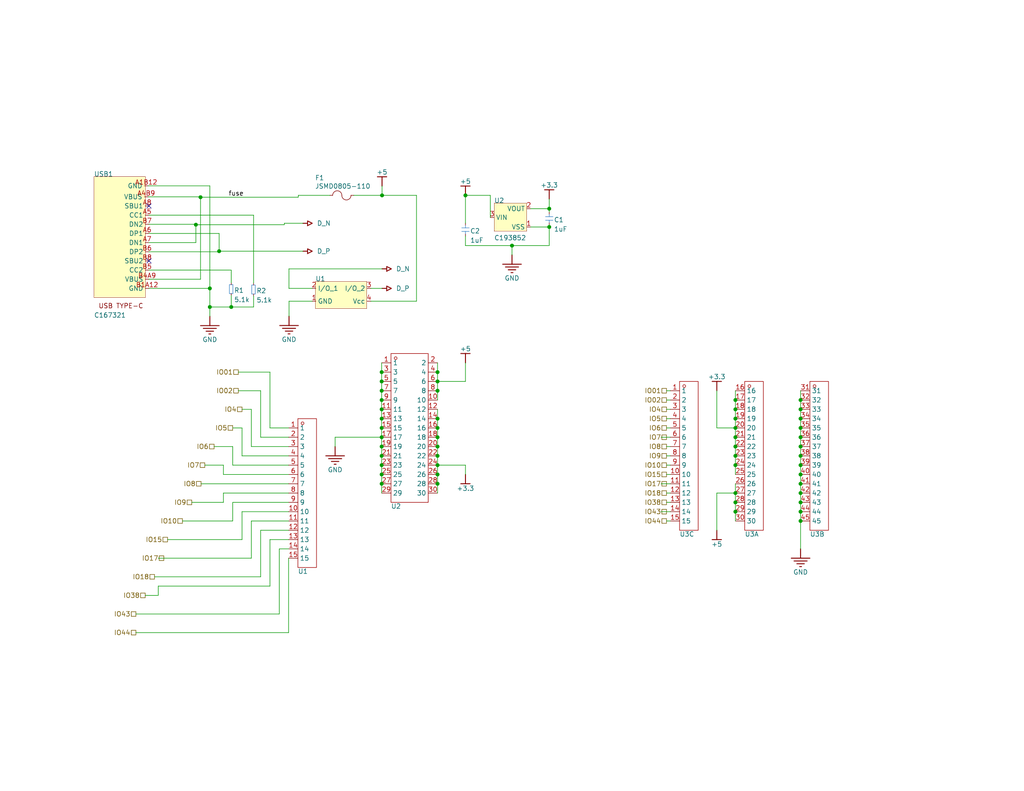
<source format=kicad_sch>
(kicad_sch (version 20250114) (generator "eeschema") (generator_version "9.0")
  (paper "A")
  (lib_symbols
    (symbol "ExtensionBoardBasic-altium-import:+3.3_BAR" (power)
      (property "Value" "+3.3" (at 0 -3.81 0))
      (symbol "+3.3_BAR_0_0"
        (polyline (pts (xy -1.27 -2.54) (xy 1.27 -2.54)) (stroke (width 0.254)))
        (polyline (pts (xy 0 0) (xy 0 -2.54)) (stroke (width 0.254)))
        (pin power_in line (at 0 0 0) (length 0) (hide yes) (name "+3.3") (number ""))
      )
    )
    (symbol "ExtensionBoardBasic-altium-import:+5_BAR" (power)
      (property "Value" "+5" (at 0 -3.81 0))
      (symbol "+5_BAR_0_0"
        (polyline (pts (xy -1.27 -2.54) (xy 1.27 -2.54)) (stroke (width 0.254)))
        (polyline (pts (xy 0 0) (xy 0 -2.54)) (stroke (width 0.254)))
        (pin power_in line (at 0 0 0) (length 0) (hide yes) (name "+5") (number ""))
      )
    )
    (symbol "ExtensionBoardBasic-altium-import:D_N_ARROW" (power)
      (property "Value" "D_N" (at 0 -3.81 0))
      (symbol "D_N_ARROW_0_0"
        (polyline (pts (xy -0.635 -1.27) (xy 0.635 -1.27) (xy 0 -2.54) (xy -0.635 -1.27)) (stroke (width 0.254)))
        (polyline (pts (xy 0 0) (xy 0 -1.27)) (stroke (width 0.254)))
        (pin power_in line (at 0 0 0) (length 0) (hide yes) (name "D_N") (number ""))
      )
    )
    (symbol "ExtensionBoardBasic-altium-import:D_P_ARROW" (power)
      (property "Value" "D_P" (at 0 -3.81 0))
      (symbol "D_P_ARROW_0_0"
        (polyline (pts (xy -0.635 -1.27) (xy 0.635 -1.27) (xy 0 -2.54) (xy -0.635 -1.27)) (stroke (width 0.254)))
        (polyline (pts (xy 0 0) (xy 0 -1.27)) (stroke (width 0.254)))
        (pin power_in line (at 0 0 0) (length 0) (hide yes) (name "D_P") (number ""))
      )
    )
    (symbol "ExtensionBoardBasic-altium-import:GND_POWER_GROUND" (power)
      (property "Value" "GND" (at 0 -6.35 0))
      (symbol "GND_POWER_GROUND_0_0"
        (polyline (pts (xy -2.54 -2.54) (xy 2.54 -2.54)) (stroke (width 0.254)))
        (polyline (pts (xy -1.778 -3.302) (xy 1.778 -3.302)) (stroke (width 0.254)))
        (polyline (pts (xy -1.016 -4.064) (xy 1.016 -4.064)) (stroke (width 0.254)))
        (polyline (pts (xy -0.254 -4.826) (xy 0.254 -4.826)) (stroke (width 0.254)))
        (polyline (pts (xy 0 0) (xy 0 -2.54)) (stroke (width 0.254)))
        (pin power_in line (at 0 0 0) (length 0) (hide yes) (name "GND") (number ""))
      )
    )
    (symbol "FableSchematicLibrary:root_1_RC-02W512JT_FableSchematicLibrary.SchLib" (pin_numbers (hide yes)) (pin_names (hide yes))
      (symbol "root_1_RC-02W512JT_FableSchematicLibrary.SchLib_1_0"
        (polyline (pts (xy 0.45 -1.25) (xy 0.45 1.15)) (stroke (width 0) (color 61 133 198 1)))
        (polyline (pts (xy 0.45 -1.25) (xy -0.5 -1.25) (xy -0.5 1.2) (xy 0.45 1.2)) (stroke (width 0) (color 61 133 198 1)))
        (pin passive line (at 0 1.7 270) (length 0.5) (name "2") (number "2"))
        (pin passive line (at 0 -1.75 90) (length 0.5) (name "1") (number "1"))
      )
    )
    (symbol "Hub 2.0:root_0_mirrored_USB TYPE-C_Hub 2.0.SchLib"
      (symbol "root_0_mirrored_USB TYPE-C_Hub 2.0.SchLib_1_0"
        (rectangle (start 4.55 36) (end -9.5 3) (stroke (width 0.0254) (color 128 0 0 1)) (fill (type background)))
        (text "USB TYPE-C" (at 4 0 0) (effects (font (size 1.27 1.27)) (justify right bottom)))
        (pin passive line (at 5.25 33.5 180) (length 1) (name "GND") (number "A1B12"))
        (pin passive line (at 5.25 30.5 180) (length 1) (name "VBUS") (number "A4B9"))
        (pin passive line (at 5.5 28 180) (length 1) (name "SBU1") (number "A8"))
        (pin passive line (at 5.5 25.5 180) (length 1) (name "CC1") (number "A5"))
        (pin passive line (at 5.5 23 180) (length 1) (name "DN2") (number "B7"))
        (pin passive line (at 5.5 20.5 180) (length 1) (name "DP1") (number "A6"))
        (pin passive line (at 5.5 18 180) (length 1) (name "DN1") (number "A7"))
        (pin passive line (at 5.5 15.5 180) (length 1) (name "DP2") (number "B6"))
        (pin passive line (at 5.5 13 180) (length 1) (name "SBU2") (number "B8"))
        (pin passive line (at 5.5 10.5 180) (length 1) (name "CC2") (number "B5"))
        (pin passive line (at 5.5 8 180) (length 1) (name "VBUS") (number "B4A9"))
        (pin passive line (at 5.5 5.5 180) (length 1) (name "GND") (number "B1A12"))
      )
    )
    (symbol "Hub 2.0:root_1_CL05A105KQ5NNNC_Hub 2.0.SchLib" (pin_numbers (hide yes)) (pin_names (hide yes))
      (symbol "root_1_CL05A105KQ5NNNC_Hub 2.0.SchLib_1_0"
        (polyline (pts (xy 0 1.15) (xy 0 0.45) (xy 1.016 0.45)) (stroke (width 0) (color 61 133 198 1)))
        (polyline (pts (xy 0 0.45) (xy -1.016 0.45)) (stroke (width 0) (color 61 133 198 1)))
        (polyline (pts (xy 0 -0.528) (xy 1.016 -0.528)) (stroke (width 0) (color 61 133 198 1)))
        (polyline (pts (xy 0 -1.228) (xy 0 -0.528) (xy -1.016 -0.528)) (stroke (width 0) (color 61 133 198 1)))
        (pin passive line (at 0 1.7 270) (length 0.5) (name "2") (number "2"))
        (pin passive line (at 0 -1.75 90) (length 0.5) (name "1") (number "1"))
      )
    )
    (symbol "Hub 2.0:root_1_LN1132P332MR-G_Hub 2.0.SchLib"
      (symbol "root_1_LN1132P332MR-G_Hub 2.0.SchLib_1_0"
        (rectangle (start -1.05 4) (end -9.95 -3.65) (stroke (width 0.0254) (color 128 0 0 1)) (fill (type background)))
        (pin passive line (at -11 0.1 0) (length 1) (name "VIN") (number "3"))
        (pin passive line (at 0 2.5 180) (length 1) (name "VOUT") (number "2"))
        (pin passive line (at 0 -2.5 180) (length 1) (name "VSS") (number "1"))
      )
    )
    (symbol "Hub 2.0:root_2_JSMD0805-110_Hub 2.0.SchLib" (pin_numbers (hide yes)) (pin_names (hide yes))
      (symbol "root_2_JSMD0805-110_Hub 2.0.SchLib_1_0"
        (arc (start -2.4998 0.0228) (mid -1.2386 1.25) (end 0 0))
        (arc (start 2.5 -0.0036) (mid 1.2482 -1.25) (end 0 0))
        (pin passive line (at -3.25 0 0) (length 0.75) (name "2") (number "2"))
        (pin passive line (at 3.25 0 180) (length 0.75) (name "1") (number "1"))
      )
    )
    (symbol "Hub 2.0:root_2_mirrored_PRTR5V0U2X215_Hub 2.0.SchLib"
      (symbol "root_2_mirrored_PRTR5V0U2X215_Hub 2.0.SchLib_1_0"
        (rectangle (start 6.9 3.9) (end -7.15 -3.5) (stroke (width 0.0254) (color 128 0 0 1)) (fill (type background)))
        (pin passive line (at -8 2 0) (length 1) (name "I/O_1") (number "2"))
        (pin passive line (at -8 -1.5 0) (length 1) (name "GND") (number "1"))
        (pin passive line (at 8 2 180) (length 1) (name "I/O_2") (number "3"))
        (pin passive line (at 8 -1.5 180) (length 1) (name "Vcc") (number "4"))
      )
    )
    (symbol "KH-2.54FH-1X15P-H8.51_KH-2.54FH-1X15P-H8.5:root_0_KH-2.54FH-1X15P-H8.5_KH-2.54FH-1X15P-H8.51_KH-2.54FH-1X15P-H8.5.SCHLIB"
      (symbol "root_0_KH-2.54FH-1X15P-H8.5_KH-2.54FH-1X15P-H8.51_KH-2.54FH-1X15P-H8.5.SCHLIB_1_0"
        (rectangle (start -2.54 20.32) (end 2.54 -20.32) (stroke (width 0) (color 160 0 0 1)))
        (circle (center -1.27 19.05) (radius 0.381) (stroke (width 0) (color 160 0 0 1)))
        (pin passive line (at -5.08 17.78 0) (length 2.54) (name "1") (number "1"))
        (pin passive line (at -5.08 15.24 0) (length 2.54) (name "2") (number "2"))
        (pin passive line (at -5.08 12.7 0) (length 2.54) (name "3") (number "3"))
        (pin passive line (at -5.08 10.16 0) (length 2.54) (name "4") (number "4"))
        (pin passive line (at -5.08 7.62 0) (length 2.54) (name "5") (number "5"))
        (pin passive line (at -5.08 5.08 0) (length 2.54) (name "6") (number "6"))
        (pin passive line (at -5.08 2.54 0) (length 2.54) (name "7") (number "7"))
        (pin passive line (at -5.08 0 0) (length 2.54) (name "8") (number "8"))
        (pin passive line (at -5.08 -2.54 0) (length 2.54) (name "9") (number "9"))
        (pin passive line (at -5.08 -5.08 0) (length 2.54) (name "10") (number "10"))
        (pin passive line (at -5.08 -7.62 0) (length 2.54) (name "11") (number "11"))
        (pin passive line (at -5.08 -10.16 0) (length 2.54) (name "12") (number "12"))
        (pin passive line (at -5.08 -12.7 0) (length 2.54) (name "13") (number "13"))
        (pin passive line (at -5.08 -15.24 0) (length 2.54) (name "14") (number "14"))
        (pin passive line (at -5.08 -17.78 0) (length 2.54) (name "15") (number "15"))
      )
    )
    (symbol "KH-2.54PH180-3X15P-L11.51_KH-2.54PH180-3X15P-L11.5:root_0_KH-2.54PH180-3X15P-L11.5_KH-2.54PH180-3X15P-L11.51_KH-2.54PH180-3X15P-L11.5.SCHLIB"
      (symbol "root_0_KH-2.54PH180-3X15P-L11.5_KH-2.54PH180-3X15P-L11.51_KH-2.54PH180-3X15P-L11.5.SCHLIB_1_0"
        (rectangle (start -2.54 20.32) (end 2.54 -20.32) (stroke (width 0) (color 160 0 0 1)))
        (circle (center -1.27 19.05) (radius 0.381) (stroke (width 0) (color 160 0 0 1)))
        (pin passive line (at -5.08 17.78 0) (length 2.54) (name "16") (number "16"))
        (pin passive line (at -5.08 15.24 0) (length 2.54) (name "17") (number "17"))
        (pin passive line (at -5.08 12.7 0) (length 2.54) (name "18") (number "18"))
        (pin passive line (at -5.08 10.16 0) (length 2.54) (name "19") (number "19"))
        (pin passive line (at -5.08 7.62 0) (length 2.54) (name "20") (number "20"))
        (pin passive line (at -5.08 5.08 0) (length 2.54) (name "21") (number "21"))
        (pin passive line (at -5.08 2.54 0) (length 2.54) (name "22") (number "22"))
        (pin passive line (at -5.08 0 0) (length 2.54) (name "23") (number "23"))
        (pin passive line (at -5.08 -2.54 0) (length 2.54) (name "24") (number "24"))
        (pin passive line (at -5.08 -5.08 0) (length 2.54) (name "25") (number "25"))
        (pin passive line (at -5.08 -7.62 0) (length 2.54) (name "26") (number "26"))
        (pin passive line (at -5.08 -10.16 0) (length 2.54) (name "27") (number "27"))
        (pin passive line (at -5.08 -12.7 0) (length 2.54) (name "28") (number "28"))
        (pin passive line (at -5.08 -15.24 0) (length 2.54) (name "29") (number "29"))
        (pin passive line (at -5.08 -17.78 0) (length 2.54) (name "30") (number "30"))
      )
      (symbol "root_0_KH-2.54PH180-3X15P-L11.5_KH-2.54PH180-3X15P-L11.51_KH-2.54PH180-3X15P-L11.5.SCHLIB_2_0"
        (rectangle (start -2.54 20.32) (end 2.54 -20.32) (stroke (width 0) (color 160 0 0 1)))
        (circle (center -1.27 19.05) (radius 0.381) (stroke (width 0) (color 160 0 0 1)))
        (pin passive line (at -5.08 17.78 0) (length 2.54) (name "31") (number "31"))
        (pin passive line (at -5.08 15.24 0) (length 2.54) (name "32") (number "32"))
        (pin passive line (at -5.08 12.7 0) (length 2.54) (name "33") (number "33"))
        (pin passive line (at -5.08 10.16 0) (length 2.54) (name "34") (number "34"))
        (pin passive line (at -5.08 7.62 0) (length 2.54) (name "35") (number "35"))
        (pin passive line (at -5.08 5.08 0) (length 2.54) (name "36") (number "36"))
        (pin passive line (at -5.08 2.54 0) (length 2.54) (name "37") (number "37"))
        (pin passive line (at -5.08 0 0) (length 2.54) (name "38") (number "38"))
        (pin passive line (at -5.08 -2.54 0) (length 2.54) (name "39") (number "39"))
        (pin passive line (at -5.08 -5.08 0) (length 2.54) (name "40") (number "40"))
        (pin passive line (at -5.08 -7.62 0) (length 2.54) (name "41") (number "41"))
        (pin passive line (at -5.08 -10.16 0) (length 2.54) (name "42") (number "42"))
        (pin passive line (at -5.08 -12.7 0) (length 2.54) (name "43") (number "43"))
        (pin passive line (at -5.08 -15.24 0) (length 2.54) (name "44") (number "44"))
        (pin passive line (at -5.08 -17.78 0) (length 2.54) (name "45") (number "45"))
      )
      (symbol "root_0_KH-2.54PH180-3X15P-L11.5_KH-2.54PH180-3X15P-L11.51_KH-2.54PH180-3X15P-L11.5.SCHLIB_3_0"
        (rectangle (start -2.54 20.32) (end 2.54 -20.32) (stroke (width 0) (color 160 0 0 1)))
        (circle (center -1.27 19.05) (radius 0.381) (stroke (width 0) (color 160 0 0 1)))
        (pin passive line (at -5.08 17.78 0) (length 2.54) (name "1") (number "1"))
        (pin passive line (at -5.08 15.24 0) (length 2.54) (name "2") (number "2"))
        (pin passive line (at -5.08 12.7 0) (length 2.54) (name "3") (number "3"))
        (pin passive line (at -5.08 10.16 0) (length 2.54) (name "4") (number "4"))
        (pin passive line (at -5.08 7.62 0) (length 2.54) (name "5") (number "5"))
        (pin passive line (at -5.08 5.08 0) (length 2.54) (name "6") (number "6"))
        (pin passive line (at -5.08 2.54 0) (length 2.54) (name "7") (number "7"))
        (pin passive line (at -5.08 0 0) (length 2.54) (name "8") (number "8"))
        (pin passive line (at -5.08 -2.54 0) (length 2.54) (name "9") (number "9"))
        (pin passive line (at -5.08 -5.08 0) (length 2.54) (name "10") (number "10"))
        (pin passive line (at -5.08 -7.62 0) (length 2.54) (name "11") (number "11"))
        (pin passive line (at -5.08 -10.16 0) (length 2.54) (name "12") (number "12"))
        (pin passive line (at -5.08 -12.7 0) (length 2.54) (name "13") (number "13"))
        (pin passive line (at -5.08 -15.24 0) (length 2.54) (name "14") (number "14"))
        (pin passive line (at -5.08 -17.78 0) (length 2.54) (name "15") (number "15"))
      )
    )
    (symbol "PM2.54-2_151_PM2.54-2_15:root_0_PM2.54-2*15_PM2.54-2_151_PM2.54-2_15.SCHLIB"
      (symbol "root_0_PM2.54-2*15_PM2.54-2_151_PM2.54-2_15.SCHLIB_1_0"
        (rectangle (start -5.08 20.32) (end 5.08 -20.32) (stroke (width 0) (color 160 0 0 1)))
        (circle (center -3.81 19.05) (radius 0.381) (stroke (width 0) (color 160 0 0 1)))
        (pin passive line (at -7.62 17.78 0) (length 2.54) (name "1") (number "1"))
        (pin passive line (at -7.62 15.24 0) (length 2.54) (name "3") (number "3"))
        (pin passive line (at -7.62 12.7 0) (length 2.54) (name "5") (number "5"))
        (pin passive line (at -7.62 10.16 0) (length 2.54) (name "7") (number "7"))
        (pin passive line (at -7.62 7.62 0) (length 2.54) (name "9") (number "9"))
        (pin passive line (at -7.62 5.08 0) (length 2.54) (name "11") (number "11"))
        (pin passive line (at -7.62 2.54 0) (length 2.54) (name "13") (number "13"))
        (pin passive line (at -7.62 0 0) (length 2.54) (name "15") (number "15"))
        (pin passive line (at -7.62 -2.54 0) (length 2.54) (name "17") (number "17"))
        (pin passive line (at -7.62 -5.08 0) (length 2.54) (name "19") (number "19"))
        (pin passive line (at -7.62 -7.62 0) (length 2.54) (name "21") (number "21"))
        (pin passive line (at -7.62 -10.16 0) (length 2.54) (name "23") (number "23"))
        (pin passive line (at -7.62 -12.7 0) (length 2.54) (name "25") (number "25"))
        (pin passive line (at -7.62 -15.24 0) (length 2.54) (name "27") (number "27"))
        (pin passive line (at -7.62 -17.78 0) (length 2.54) (name "29") (number "29"))
        (pin passive line (at 7.62 17.78 180) (length 2.54) (name "2") (number "2"))
        (pin passive line (at 7.62 15.24 180) (length 2.54) (name "4") (number "4"))
        (pin passive line (at 7.62 12.7 180) (length 2.54) (name "6") (number "6"))
        (pin passive line (at 7.62 10.16 180) (length 2.54) (name "8") (number "8"))
        (pin passive line (at 7.62 7.62 180) (length 2.54) (name "10") (number "10"))
        (pin passive line (at 7.62 5.08 180) (length 2.54) (name "12") (number "12"))
        (pin passive line (at 7.62 2.54 180) (length 2.54) (name "14") (number "14"))
        (pin passive line (at 7.62 0 180) (length 2.54) (name "16") (number "16"))
        (pin passive line (at 7.62 -2.54 180) (length 2.54) (name "18") (number "18"))
        (pin passive line (at 7.62 -5.08 180) (length 2.54) (name "20") (number "20"))
        (pin passive line (at 7.62 -7.62 180) (length 2.54) (name "22") (number "22"))
        (pin passive line (at 7.62 -10.16 180) (length 2.54) (name "24") (number "24"))
        (pin passive line (at 7.62 -12.7 180) (length 2.54) (name "26") (number "26"))
        (pin passive line (at 7.62 -15.24 180) (length 2.54) (name "28") (number "28"))
        (pin passive line (at 7.62 -17.78 180) (length 2.54) (name "30") (number "30"))
      )
    )
  )
  (junction (at 119.38 106.68))
  (junction (at 218.44 142.24))
  (junction (at 149.86 61.976))
  (junction (at 200.66 137.16))
  (junction (at 104.14 132.08))
  (junction (at 104.14 129.54))
  (junction (at 218.44 114.3))
  (junction (at 53.444 61.348))
  (junction (at 218.44 111.76))
  (junction (at 200.66 134.62))
  (junction (at 218.44 119.38))
  (junction (at 57.254 83.82))
  (junction (at 119.38 121.92))
  (junction (at 200.66 109.22))
  (junction (at 218.44 116.84))
  (junction (at 104.14 101.6))
  (junction (at 218.44 129.54))
  (junction (at 119.38 104.14))
  (junction (at 119.38 132.08))
  (junction (at 200.66 116.84))
  (junction (at 200.66 124.46))
  (junction (at 104.14 124.46))
  (junction (at 218.44 132.08))
  (junction (at 104.14 127))
  (junction (at 149.86 56.976))
  (junction (at 200.66 111.76))
  (junction (at 104.14 114.3))
  (junction (at 57.254 78.74))
  (junction (at 119.38 129.54))
  (junction (at 119.38 124.46))
  (junction (at 218.44 121.92))
  (junction (at 200.66 119.38))
  (junction (at 59.794 68.58))
  (junction (at 127 53.34))
  (junction (at 200.66 127))
  (junction (at 218.44 109.22))
  (junction (at 104.14 106.68))
  (junction (at 119.38 116.84))
  (junction (at 54.714 53.848))
  (junction (at 63.096 83.82))
  (junction (at 218.44 134.62))
  (junction (at 200.66 139.7))
  (junction (at 119.38 119.38))
  (junction (at 218.44 127))
  (junction (at 104.14 121.92))
  (junction (at 139.7 67.056))
  (junction (at 104.14 111.76))
  (junction (at 218.44 139.7))
  (junction (at 104.14 104.14))
  (junction (at 104.14 119.38))
  (junction (at 200.66 121.92))
  (junction (at 218.44 124.46))
  (junction (at 104.244 53.34))
  (junction (at 200.66 114.3))
  (junction (at 104.14 109.22))
  (junction (at 218.44 137.16))
  (junction (at 119.38 101.6))
  (junction (at 119.38 127))
  (junction (at 104.14 116.84))
  (junction (at 119.38 114.3))
  (no_connect (at 40.64 71.24))
  (no_connect (at 40.64 56.24))
  (wire (pts (xy 182.88 114.3) (xy 181.862 114.3)))
  (wire (pts (xy 104.14 106.68) (xy 104.14 109.22)))
  (wire (pts (xy 200.66 119.38) (xy 200.66 121.92)))
  (wire (pts (xy 78.844 78.74) (xy 85.194 78.74)))
  (wire (pts (xy 218.44 121.92) (xy 218.44 119.38)))
  (wire (pts (xy 127 53.34) (xy 127 60.96)))
  (wire (pts (xy 63.5 127) (xy 78.74 127)))
  (wire (pts (xy 60.96 129.54) (xy 78.74 129.54)))
  (wire (pts (xy 40.64 68.74) (xy 59.794 68.74)))
  (wire (pts (xy 40.64 61.24) (xy 53.444 61.24)))
  (wire (pts (xy 200.66 139.7) (xy 200.66 142.24)))
  (wire (pts (xy 60.96 137.16) (xy 60.96 134.62)))
  (wire (pts (xy 60.96 134.62) (xy 78.74 134.62)))
  (wire (pts (xy 104.14 116.84) (xy 104.14 119.38)))
  (wire (pts (xy 218.44 109.22) (xy 218.44 106.68)))
  (wire (pts (xy 200.66 109.22) (xy 200.66 111.76)))
  (wire (pts (xy 200.66 114.3) (xy 200.66 116.84)))
  (wire (pts (xy 139.7 69.596) (xy 139.7 67.056)))
  (wire (pts (xy 77.574 60.96) (xy 82.654 60.96)))
  (wire (pts (xy 104.14 119.38) (xy 91.44 119.38)))
  (wire (pts (xy 69.192 83.82) (xy 69.192 80.772)))
  (wire (pts (xy 133.78 59.376) (xy 133.78 53.34)))
  (wire (pts (xy 119.38 106.68) (xy 119.38 109.22)))
  (wire (pts (xy 182.88 121.92) (xy 181.862 121.92)))
  (wire (pts (xy 218.44 149.86) (xy 218.44 142.24)))
  (wire (pts (xy 66.04 111.76) (xy 68.58 111.76)))
  (wire (pts (xy 200.66 124.46) (xy 200.66 127)))
  (wire (pts (xy 119.38 116.84) (xy 119.38 114.3)))
  (wire (pts (xy 42.162 157.48) (xy 71.12 157.48)))
  (wire (pts (xy 104.244 50.8) (xy 104.244 53.34)))
  (wire (pts (xy 53.444 61.348) (xy 77.574 61.348)))
  (wire (pts (xy 81.384 53.34) (xy 90.02 53.34)))
  (wire (pts (xy 57.254 78.74) (xy 57.254 83.82)))
  (wire (pts (xy 66.04 147.32) (xy 66.04 139.7)))
  (wire (pts (xy 119.38 99.06) (xy 119.38 101.6)))
  (wire (pts (xy 63.5 116.84) (xy 66.04 116.84)))
  (wire (pts (xy 63.096 83.82) (xy 69.192 83.82)))
  (wire (pts (xy 181.862 134.62) (xy 182.88 134.62)))
  (wire (pts (xy 59.794 68.74) (xy 59.794 68.58)))
  (wire (pts (xy 139.7 67.056) (xy 127 67.056)))
  (wire (pts (xy 104.14 119.38) (xy 104.14 121.92)))
  (wire (pts (xy 119.38 119.38) (xy 119.38 116.84)))
  (wire (pts (xy 73.66 147.32) (xy 73.66 160.02)))
  (wire (pts (xy 104.14 127) (xy 104.14 129.54)))
  (wire (pts (xy 133.78 53.34) (xy 127 53.34)))
  (wire (pts (xy 78.844 73.406) (xy 78.844 78.74)))
  (wire (pts (xy 71.12 144.78) (xy 78.74 144.78)))
  (wire (pts (xy 218.44 111.76) (xy 218.44 109.22)))
  (wire (pts (xy 200.66 132.08) (xy 200.66 134.62)))
  (wire (pts (xy 182.88 111.76) (xy 181.862 111.76)))
  (wire (pts (xy 149.86 57.912) (xy 149.86 56.976)))
  (wire (pts (xy 181.862 137.16) (xy 182.88 137.16)))
  (wire (pts (xy 43.18 152.4) (xy 68.58 152.4)))
  (wire (pts (xy 104.244 53.34) (xy 113.642 53.34)))
  (wire (pts (xy 40.39 50.74) (xy 57.254 50.74)))
  (wire (pts (xy 182.88 116.84) (xy 181.862 116.84)))
  (wire (pts (xy 149.86 61.976) (xy 149.86 61.362)))
  (wire (pts (xy 54.714 76.24) (xy 54.714 53.848)))
  (wire (pts (xy 144.78 61.976) (xy 149.86 61.976)))
  (wire (pts (xy 45.72 147.32) (xy 66.04 147.32)))
  (wire (pts (xy 68.58 121.92) (xy 78.74 121.92)))
  (wire (pts (xy 77.574 61.348) (xy 77.574 60.96)))
  (wire (pts (xy 104.14 104.14) (xy 104.14 106.68)))
  (wire (pts (xy 104.14 109.22) (xy 104.14 111.76)))
  (wire (pts (xy 78.74 142.24) (xy 68.58 142.24)))
  (wire (pts (xy 91.44 119.38) (xy 91.44 121.92)))
  (wire (pts (xy 52.322 137.16) (xy 60.96 137.16)))
  (wire (pts (xy 119.38 124.46) (xy 119.38 127)))
  (wire (pts (xy 59.794 63.74) (xy 59.794 68.58)))
  (wire (pts (xy 68.58 111.76) (xy 68.58 121.92)))
  (wire (pts (xy 218.44 134.62) (xy 218.44 132.08)))
  (wire (pts (xy 200.66 121.92) (xy 200.66 124.46)))
  (wire (pts (xy 40.64 63.74) (xy 59.794 63.74)))
  (wire (pts (xy 182.88 124.46) (xy 181.862 124.46)))
  (wire (pts (xy 63.096 80.666) (xy 63.096 83.82)))
  (wire (pts (xy 104.14 111.76) (xy 104.14 114.3)))
  (wire (pts (xy 200.66 116.84) (xy 195.58 116.84)))
  (wire (pts (xy 119.38 101.6) (xy 119.38 104.14)))
  (wire (pts (xy 104.14 99.06) (xy 104.14 101.6)))
  (wire (pts (xy 40.64 76.24) (xy 54.714 76.24)))
  (wire (pts (xy 104.244 73.406) (xy 78.844 73.406)))
  (wire (pts (xy 182.88 106.68) (xy 181.862 106.68)))
  (wire (pts (xy 218.44 132.08) (xy 218.44 129.54)))
  (wire (pts (xy 43.18 162.56) (xy 39.622 162.56)))
  (wire (pts (xy 195.58 134.62) (xy 195.58 144.78)))
  (wire (pts (xy 104.14 114.3) (xy 104.14 116.84)))
  (wire (pts (xy 76.2 167.64) (xy 76.2 149.86)))
  (wire (pts (xy 104.14 129.54) (xy 104.14 132.08)))
  (wire (pts (xy 96.52 53.34) (xy 104.244 53.34)))
  (wire (pts (xy 66.04 116.84) (xy 66.04 124.46)))
  (wire (pts (xy 63.096 77.216) (xy 63.096 73.74)))
  (wire (pts (xy 78.866 82.24) (xy 85.194 82.24)))
  (wire (pts (xy 63.5 137.16) (xy 78.74 137.16)))
  (wire (pts (xy 73.66 101.6) (xy 73.66 116.84)))
  (wire (pts (xy 71.12 119.38) (xy 71.12 106.68)))
  (wire (pts (xy 119.38 121.92) (xy 119.38 124.46)))
  (wire (pts (xy 78.866 86.338) (xy 78.866 82.24)))
  (wire (pts (xy 144.78 56.976) (xy 149.86 56.976)))
  (wire (pts (xy 200.66 137.16) (xy 200.66 139.7)))
  (wire (pts (xy 149.86 56.976) (xy 149.86 54.356)))
  (wire (pts (xy 139.7 67.056) (xy 149.86 67.056)))
  (wire (pts (xy 104.14 121.92) (xy 104.14 124.46)))
  (wire (pts (xy 200.66 116.84) (xy 200.66 119.38)))
  (wire (pts (xy 49.782 142.24) (xy 63.5 142.24)))
  (wire (pts (xy 71.12 157.48) (xy 71.12 144.78)))
  (wire (pts (xy 78.74 172.72) (xy 37.082 172.72)))
  (wire (pts (xy 127 104.14) (xy 127 99.06)))
  (wire (pts (xy 218.44 142.24) (xy 218.44 139.7)))
  (wire (pts (xy 40.64 66.24) (xy 53.444 66.24)))
  (wire (pts (xy 218.44 137.16) (xy 218.44 134.62)))
  (wire (pts (xy 71.12 106.68) (xy 65.022 106.68)))
  (wire (pts (xy 66.04 139.7) (xy 78.74 139.7)))
  (wire (pts (xy 69.192 58.74) (xy 40.64 58.74)))
  (wire (pts (xy 182.88 109.22) (xy 181.862 109.22)))
  (wire (pts (xy 53.444 61.24) (xy 53.444 61.348)))
  (wire (pts (xy 59.794 68.58) (xy 82.654 68.58)))
  (wire (pts (xy 200.66 134.62) (xy 200.66 137.16)))
  (wire (pts (xy 127 67.056) (xy 127 64.41)))
  (wire (pts (xy 57.254 83.82) (xy 63.096 83.82)))
  (wire (pts (xy 149.86 67.056) (xy 149.86 61.976)))
  (wire (pts (xy 78.74 119.38) (xy 71.12 119.38)))
  (wire (pts (xy 119.38 127) (xy 127 127)))
  (wire (pts (xy 73.66 116.84) (xy 78.74 116.84)))
  (wire (pts (xy 119.38 132.08) (xy 119.38 134.62)))
  (wire (pts (xy 73.66 160.02) (xy 43.18 160.02)))
  (wire (pts (xy 63.5 121.92) (xy 63.5 127)))
  (wire (pts (xy 218.44 116.84) (xy 218.44 114.3)))
  (wire (pts (xy 180.34 119.38) (xy 182.88 119.38)))
  (wire (pts (xy 63.096 73.74) (xy 40.64 73.74)))
  (wire (pts (xy 69.192 77.322) (xy 69.192 58.74)))
  (wire (pts (xy 200.66 106.68) (xy 200.66 109.22)))
  (wire (pts (xy 180.34 139.7) (xy 182.88 139.7)))
  (wire (pts (xy 55.88 127) (xy 60.96 127)))
  (wire (pts (xy 68.58 142.24) (xy 68.58 152.4)))
  (wire (pts (xy 54.714 53.74) (xy 54.714 53.848)))
  (wire (pts (xy 218.44 129.54) (xy 218.44 127)))
  (wire (pts (xy 119.38 121.92) (xy 119.38 119.38)))
  (wire (pts (xy 200.66 127) (xy 200.66 129.54)))
  (wire (pts (xy 63.5 142.24) (xy 63.5 137.16)))
  (wire (pts (xy 119.38 129.54) (xy 119.38 132.08)))
  (wire (pts (xy 57.254 78.74) (xy 40.64 78.74)))
  (wire (pts (xy 180.34 132.08) (xy 182.88 132.08)))
  (wire (pts (xy 81.384 53.848) (xy 81.384 53.34)))
  (wire (pts (xy 119.38 104.14) (xy 119.38 106.68)))
  (wire (pts (xy 119.38 104.14) (xy 127 104.14)))
  (wire (pts (xy 57.254 83.82) (xy 57.254 86.36)))
  (wire (pts (xy 66.04 124.46) (xy 78.74 124.46)))
  (wire (pts (xy 218.44 114.3) (xy 218.44 111.76)))
  (wire (pts (xy 119.38 127) (xy 119.38 129.54)))
  (wire (pts (xy 218.44 119.38) (xy 218.44 116.84)))
  (wire (pts (xy 113.642 82.24) (xy 101.194 82.24)))
  (wire (pts (xy 53.444 66.24) (xy 53.444 61.348)))
  (wire (pts (xy 195.58 116.84) (xy 195.58 106.68)))
  (wire (pts (xy 65.022 101.6) (xy 73.66 101.6)))
  (wire (pts (xy 218.44 124.46) (xy 218.44 121.92)))
  (wire (pts (xy 78.74 152.4) (xy 78.74 172.72)))
  (wire (pts (xy 60.96 127) (xy 60.96 129.54)))
  (wire (pts (xy 54.862 132.08) (xy 78.74 132.08)))
  (wire (pts (xy 40.39 53.74) (xy 54.714 53.74)))
  (wire (pts (xy 43.18 160.02) (xy 43.18 162.56)))
  (wire (pts (xy 218.44 127) (xy 218.44 124.46)))
  (wire (pts (xy 57.254 50.74) (xy 57.254 78.74)))
  (wire (pts (xy 113.642 53.34) (xy 113.642 82.24)))
  (wire (pts (xy 78.74 147.32) (xy 73.66 147.32)))
  (wire (pts (xy 104.244 78.74) (xy 101.194 78.74)))
  (wire (pts (xy 104.14 132.08) (xy 104.14 134.62)))
  (wire (pts (xy 119.38 114.3) (xy 119.38 111.76)))
  (wire (pts (xy 104.14 124.46) (xy 104.14 127)))
  (wire (pts (xy 182.88 127) (xy 181.862 127)))
  (wire (pts (xy 104.14 101.6) (xy 104.14 104.14)))
  (wire (pts (xy 127 127) (xy 127 129.54)))
  (wire (pts (xy 218.44 139.7) (xy 218.44 137.16)))
  (wire (pts (xy 76.2 149.86) (xy 78.74 149.86)))
  (wire (pts (xy 37.082 167.64) (xy 76.2 167.64)))
  (wire (pts (xy 181.862 129.54) (xy 182.88 129.54)))
  (wire (pts (xy 54.714 53.848) (xy 81.384 53.848)))
  (wire (pts (xy 200.66 134.62) (xy 195.58 134.62)))
  (wire (pts (xy 181.862 142.24) (xy 182.88 142.24)))
  (wire (pts (xy 58.42 121.92) (xy 63.5 121.92)))
  (wire (pts (xy 200.66 111.76) (xy 200.66 114.3)))
  (label "fuse" (at 62.334 53.848 0))
  (hierarchical_label "IO7" (shape passive) (at 181.862 119.38 180))
  (hierarchical_label "IO7" (shape passive) (at 55.88 127 180))
  (hierarchical_label "IO17" (shape passive) (at 181.862 132.08 180))
  (hierarchical_label "IO18" (shape passive) (at 42.162 157.48 180))
  (hierarchical_label "IO44" (shape passive) (at 181.862 142.24 180))
  (hierarchical_label "IO43" (shape passive) (at 181.862 139.7 180))
  (hierarchical_label "IO43" (shape passive) (at 37.082 167.64 180))
  (hierarchical_label "IO38" (shape passive) (at 39.622 162.56 180))
  (hierarchical_label "IO8" (shape passive) (at 54.862 132.08 180))
  (hierarchical_label "IO44" (shape passive) (at 37.082 172.72 180))
  (hierarchical_label "IO15" (shape passive) (at 181.862 129.54 180))
  (hierarchical_label "IO5" (shape passive) (at 63.5 116.84 180))
  (hierarchical_label "IO6" (shape passive) (at 181.862 116.84 180))
  (hierarchical_label "IO6" (shape passive) (at 58.42 121.92 180))
  (hierarchical_label "IO02" (shape passive) (at 65.022 106.68 180))
  (hierarchical_label "IO17" (shape passive) (at 44.702 152.4 180))
  (hierarchical_label "IO4" (shape passive) (at 181.862 111.76 180))
  (hierarchical_label "IO9" (shape passive) (at 181.862 124.46 180))
  (hierarchical_label "IO8" (shape passive) (at 181.862 121.92 180))
  (hierarchical_label "IO9" (shape passive) (at 52.322 137.16 180))
  (hierarchical_label "IO4" (shape passive) (at 66.04 111.76 180))
  (hierarchical_label "IO10" (shape passive) (at 49.782 142.24 180))
  (hierarchical_label "IO02" (shape passive) (at 181.862 109.22 180))
  (hierarchical_label "IO01" (shape passive) (at 65.022 101.6 180))
  (hierarchical_label "IO18" (shape passive) (at 181.862 134.62 180))
  (hierarchical_label "IO38" (shape passive) (at 181.862 137.16 180))
  (hierarchical_label "IO15" (shape passive) (at 45.72 147.32 180))
  (hierarchical_label "IO5" (shape passive) (at 181.862 114.3 180))
  (hierarchical_label "IO01" (shape passive) (at 181.862 106.68 180))
  (hierarchical_label "IO10" (shape passive) (at 181.862 127 180))
  (symbol (lib_id "ExtensionBoardBasic-altium-import:GND_POWER_GROUND") (at 139.7 69.596 0) (unit 1)
    (property "Reference" "#PWR?" (effects (hide yes)))
    (property "Value" "GND" (at 139.7 75.946 0))
  )
  (symbol (lib_id "KH-2.54PH180-3X15P-L11.51_KH-2.54PH180-3X15P-L11.5:root_0_KH-2.54PH180-3X15P-L11.5_KH-2.54PH180-3X15P-L11.51_KH-2.54PH180-3X15P-L11.5.SCHLIB") (at 187.96 124.46 0) (unit 3)
    (property "Reference" "U3" (at 185.42 146.558 0) (effects (justify left bottom)))
    (property "Value" "KH-2.54PH180-3X15P-L11.5" (effects (hide yes)))
    (property "Footprint" "HDR-TH_15P-P2.54-V-M-R3-C15-S2.54" (effects (hide yes)))
    (property "SYMBOL" "KH-2.54PH180-3X15P-L11.5" (effects (hide yes)))
    (property "DEVICE" "KH-2.54PH180-3X15P-L11.5" (effects (hide yes)))
    (property "LCSC PART NAME" "3x15P 间距:2.54mm" (effects (hide yes)))
    (property "SUPPLIER PART" "C20610262" (effects (hide yes)))
    (property "MANUFACTURER" "kinghelm(金航标)" (effects (hide yes)))
    (property "MANUFACTURER PART" "KH-2.54PH180-3X15P-L11.5" (effects (hide yes)))
    (property "SUPPLIER FOOTPRINT" "插件,P=2.54mm" (effects (hide yes)))
    (property "JLCPCB PART CLASS" "Extended Part" (effects (hide yes)))
    (property "DATASHEET" "https://atta.szlcsc.com/upload/public/pdf/source/20240117/0C76B7DFB204B7BE45B8FF7EF0C292A8.pdf" (effects (hide yes)))
    (property "SUPPLIER" "LCSC" (effects (hide yes)))
    (property "ADD INTO BOM" "yes" (effects (hide yes)))
    (property "CONVERT TO PCB" "yes" (effects (hide yes)))
    (property "PIN STRUCTURE" "3x15P" (effects (hide yes)))
    (property "PITCH" "2.54mm" (effects (hide yes)))
    (property "NUMBER OF ROWS" "三排" (effects (hide yes)))
  )
  (symbol (lib_id "ExtensionBoardBasic-altium-import:GND_POWER_GROUND") (at 91.44 121.92 0) (unit 1)
    (property "Reference" "#PWR?" (effects (hide yes)))
    (property "Value" "GND" (at 91.44 128.27 0))
  )
  (symbol (lib_id "ExtensionBoardBasic-altium-import:D_N_ARROW") (at 82.654 60.96 90) (unit 1)
    (property "Reference" "#PWR?" (effects (hide yes)))
    (property "Value" "D_N" (at 86.464 60.96 90) (effects (justify right)))
  )
  (symbol (lib_id "ExtensionBoardBasic-altium-import:+3.3_BAR") (at 127 129.54 0) (unit 1)
    (property "Reference" "#PWR?" (effects (hide yes)))
    (property "Value" "+3.3" (at 127 133.35 0))
  )
  (symbol (lib_id "KH-2.54FH-1X15P-H8.51_KH-2.54FH-1X15P-H8.5:root_0_KH-2.54FH-1X15P-H8.5_KH-2.54FH-1X15P-H8.51_KH-2.54FH-1X15P-H8.5.SCHLIB") (at 83.82 134.62 0) (unit 1)
    (property "Reference" "U1" (at 81.28 156.718 0) (effects (justify left bottom)))
    (property "Value" "KH-2.54FH-1X15P-H8.5" (effects (hide yes)))
    (property "Footprint" "HDR-TH_15P-P2.54-V-F" (effects (hide yes)))
    (property "SYMBOL" "KH-2.54FH-1X15P-H8.5" (effects (hide yes)))
    (property "DEVICE" "KH-2.54FH-1X15P-H8.5" (effects (hide yes)))
    (property "LCSC PART NAME" "间距:2.54mm 1x15P 直插" (effects (hide yes)))
    (property "SUPPLIER PART" "C2932676" (effects (hide yes)))
    (property "MANUFACTURER" "kinghelm(金航标)" (effects (hide yes)))
    (property "MANUFACTURER PART" "KH-2.54FH-1X15P-H8.5" (effects (hide yes)))
    (property "SUPPLIER FOOTPRINT" "插件,P=2.54mm" (effects (hide yes)))
    (property "JLCPCB PART CLASS" "Extended Part" (effects (hide yes)))
    (property "DATASHEET" "https://atta.szlcsc.com/upload/public/pdf/source/20211220/977AA415CFA981E866620A80068F25CA.pdf" (effects (hide yes)))
    (property "SUPPLIER" "LCSC" (effects (hide yes)))
    (property "ADD INTO BOM" "yes" (effects (hide yes)))
    (property "CONVERT TO PCB" "yes" (effects (hide yes)))
    (property "HOLES STRUCTURE" "1x15P" (effects (hide yes)))
    (property "PITCH" "2.54mm" (effects (hide yes)))
    (property "ROW SPACING" "-" (effects (hide yes)))
    (property "CIRCULAR HOLE / SQUARE HOLE" "Square Holes" (effects (hide yes)))
    (property "MOUNTING TYPE" "Straight" (effects (hide yes)))
    (property "NUMBER OF ROWS" "Plugin" (effects (hide yes)))
    (property "NUMBER OF HOLES" "15P" (effects (hide yes)))
    (property "CURRENT RATING (MAX)" "3A" (effects (hide yes)))
    (property "VOLTAGE RATING (MAX)" "-" (effects (hide yes)))
    (property "HOLES DIRECTION" "Top" (effects (hide yes)))
    (property "INSULATION HEIGHT" "8.5mm" (effects (hide yes)))
    (property "OPERATING TEMPERATURE RANGE" "-40℃~+105℃" (effects (hide yes)))
  )
  (symbol (lib_id "Hub 2.0:root_1_LN1132P332MR-G_Hub 2.0.SchLib") (at 144.78 59.476 0) (unit 1)
    (property "Reference" "U2" (at 134.83 55.476 0) (effects (justify left bottom)))
    (property "Value" "C193852" (at 134.83 65.666 0) (effects (justify left bottom)))
    (property "Footprint" "SOT-23" (effects (hide yes)))
    (property "Description" "LDO Fixed 3.3V 300mA SOT-23-3" (effects (hide yes)))
    (property "MANUFACTURER 1" "NATLINEAR" (effects (hide yes)))
    (property "MANUFACTURER PART NUMBER 1" "LN1132P332MR-G" (effects (hide yes)))
    (property "ROHS" "Yes" (effects (hide yes)))
    (property "CATEGORY" "Voltage Regulators - Linear" (effects (hide yes)))
    (property "STOCK 1" "1457" (effects (hide yes)))
    (property "PRICING 1" "1=0,65300, 10=0,53300, 25=0,47100, 50=0,42000, 100=0,36000, 250=0,31600, 500=0,25000, 1000=0,24000 (USD)" (effects (hide yes)))
    (property "CASE/PACKAGE" "SOT-23" (effects (hide yes)))
    (property "NUMBER OF PINS" "3" (effects (hide yes)))
    (property "MIN OPERATING TEMPERATURE" "-40°C" (effects (hide yes)))
    (property "MAX OPERATING TEMPERATURE" "85°C" (effects (hide yes)))
    (property "MAX INPUT VOLTAGE" "6V" (effects (hide yes)))
    (property "MIN INPUT VOLTAGE" "1.8V" (effects (hide yes)))
    (property "OUTPUT TYPE" "Fixed" (effects (hide yes)))
    (property "DROPOUT VOLTAGE" "250mV" (effects (hide yes)))
    (property "OUTPUT CURRENT" "200mA" (effects (hide yes)))
    (property "NOMINAL OUTPUT VOLTAGE" "3V" (effects (hide yes)))
    (property "PACKAGING" "Cut Tape" (effects (hide yes)))
    (property "REACH SVHC" "No SVHC" (effects (hide yes)))
    (property "COMPONENTLINK1URL" "https://datasheet.ciiva.com/22710/578820-22710967.pdf?src-supplier=Element14" (effects (hide yes)))
    (property "COMPONENTLINK1DESCRIPTION" "https://datasheet.ciiva.com/22710/578820-22710967.pdf?src-supplier=Element14" (effects (hide yes)))
    (property "SUPPLIER 1" "LCSC" (effects (hide yes)))
    (property "SUPPLIER PART NUMBER 1" "C193852" (effects (hide yes)))
  )
  (symbol (lib_id "ExtensionBoardBasic-altium-import:GND_POWER_GROUND") (at 218.44 149.86 0) (unit 1)
    (property "Reference" "#PWR?" (effects (hide yes)))
    (property "Value" "GND" (at 218.44 156.21 0))
  )
  (symbol (lib_id "Hub 2.0:root_0_mirrored_USB TYPE-C_Hub 2.0.SchLib") (at 35.14 84.24 0) (unit 1)
    (property "Reference" "USB1" (at 25.64 48.24 0) (effects (justify left bottom)))
    (property "Value" "C167321" (at 25.64 86.78 0) (effects (justify left bottom)))
    (property "Footprint" "C167321" (effects (hide yes)))
    (property "Description" "USB - Type C Female 12 Sink plate type USB Connectors RoHS" (effects (hide yes)))
    (property "COMPONENTLINK1URL" "*" (effects (hide yes)))
    (property "COMPONENTLINK1DESCRIPTION" "Supplier Link 1" (effects (hide yes)))
    (property "SUPPLIER PART NUMBER 1" "C167321" (effects (hide yes)))
    (property "SUPPLIER 1" "LCSC" (effects (hide yes)))
    (property "MANUFACTURER 1" "Jing Extension of the Electronic Co." (effects (hide yes)))
    (property "MANUFACTURER PART NUMBER 1" "C167321" (effects (hide yes)))
  )
  (symbol (lib_id "Hub 2.0:root_2_JSMD0805-110_Hub 2.0.SchLib") (at 93.27 53.34 0) (unit 1)
    (property "Reference" "F1" (at 85.956 49.276 0) (effects (justify left bottom)))
    (property "Value" "JSMD0805-110" (at 85.956 51.562 0) (effects (justify left bottom)))
    (property "Footprint" "0805" (effects (hide yes)))
    (property "Description" "Fuse  0805 2 A PTC Resettable" (effects (hide yes)))
    (property "SUPPLIER 1" "LCSC" (effects (hide yes)))
    (property "SUPPLIER PART NUMBER 1" "C692712" (effects (hide yes)))
    (property "MANUFACTURER 1" "Shenzhen Jinkaisheng Elec" (effects (hide yes)))
    (property "MANUFACTURER PART NUMBER 1" "JSMD0805-110" (effects (hide yes)))
  )
  (symbol (lib_id "Hub 2.0:root_1_CL05A105KQ5NNNC_Hub 2.0.SchLib") (at 127 62.66 0) (unit 1)
    (property "Reference" "C2" (at 128.27 63.796 0) (effects (justify left bottom)))
    (property "Value" "1uF" (at 128.27 66.336 0) (effects (justify left bottom)))
    (property "Footprint" "0402C" (effects (hide yes)))
    (property "Description" "Capacitor MLCC 1uF ±10% 6.3V X5R 0402" (effects (hide yes)))
    (property "COMPONENTLINK1DESCRIPTION" "LCSC Link" (effects (hide yes)))
    (property "COMPONENTLINK1URL" "https://lcsc.com/product-detail/Multilayer-Ceramic-Capacitors-MLCC-SMD-SMT_SAMSUNG_CL05A105KQ5NNNC_1uF-105-10-6-3V_C107372.html" (effects (hide yes)))
    (property "SUPPLIER 1" "LCSC" (effects (hide yes)))
    (property "MANUFACTURER 1" "Samsung Electro-Mechanics" (effects (hide yes)))
    (property "MANUFACTURER PART NUMBER 1" "CL05A105KQ5NNNC" (effects (hide yes)))
    (property "SUPPLIER PART NUMBER 1" "C107372" (effects (hide yes)))
  )
  (symbol (lib_id "ExtensionBoardBasic-altium-import:GND_POWER_GROUND") (at 78.866 86.338 0) (unit 1)
    (property "Reference" "#PWR?" (effects (hide yes)))
    (property "Value" "GND" (at 78.866 92.688 0))
  )
  (symbol (lib_id "Hub 2.0:root_1_CL05A105KQ5NNNC_Hub 2.0.SchLib") (at 149.86 59.612 0) (unit 1)
    (property "Reference" "C1" (at 151.13 60.748 0) (effects (justify left bottom)))
    (property "Value" "1uF" (at 151.13 63.288 0) (effects (justify left bottom)))
    (property "Footprint" "0402C" (effects (hide yes)))
    (property "Description" "Capacitor MLCC 1uF ±10% 6.3V X5R 0402" (effects (hide yes)))
    (property "COMPONENTLINK1DESCRIPTION" "LCSC Link" (effects (hide yes)))
    (property "COMPONENTLINK1URL" "https://lcsc.com/product-detail/Multilayer-Ceramic-Capacitors-MLCC-SMD-SMT_SAMSUNG_CL05A105KQ5NNNC_1uF-105-10-6-3V_C107372.html" (effects (hide yes)))
    (property "SUPPLIER 1" "LCSC" (effects (hide yes)))
    (property "MANUFACTURER 1" "Samsung Electro-Mechanics" (effects (hide yes)))
    (property "MANUFACTURER PART NUMBER 1" "CL05A105KQ5NNNC" (effects (hide yes)))
    (property "SUPPLIER PART NUMBER 1" "C107372" (effects (hide yes)))
  )
  (symbol (lib_id "ExtensionBoardBasic-altium-import:D_P_ARROW") (at 82.654 68.58 90) (unit 1)
    (property "Reference" "#PWR?" (effects (hide yes)))
    (property "Value" "D_P" (at 86.464 68.58 90) (effects (justify right)))
  )
  (symbol (lib_id "ExtensionBoardBasic-altium-import:D_P_ARROW") (at 104.244 78.74 90) (unit 1)
    (property "Reference" "#PWR?" (effects (hide yes)))
    (property "Value" "D_P" (at 108.054 78.74 90) (effects (justify right)))
  )
  (symbol (lib_id "ExtensionBoardBasic-altium-import:+5_BAR") (at 104.244 50.8 180) (unit 1)
    (property "Reference" "#PWR?" (effects (hide yes)))
    (property "Value" "+5" (at 104.244 46.99 0))
  )
  (symbol (lib_id "KH-2.54PH180-3X15P-L11.51_KH-2.54PH180-3X15P-L11.5:root_0_KH-2.54PH180-3X15P-L11.5_KH-2.54PH180-3X15P-L11.51_KH-2.54PH180-3X15P-L11.5.SCHLIB") (at 223.52 124.46 0) (unit 2)
    (property "Reference" "U3" (at 220.98 146.558 0) (effects (justify left bottom)))
    (property "Value" "KH-2.54PH180-3X15P-L11.5" (effects (hide yes)))
    (property "Footprint" "HDR-TH_15P-P2.54-V-M-R3-C15-S2.54" (effects (hide yes)))
    (property "SYMBOL" "KH-2.54PH180-3X15P-L11.5" (effects (hide yes)))
    (property "DEVICE" "KH-2.54PH180-3X15P-L11.5" (effects (hide yes)))
    (property "LCSC PART NAME" "3x15P 间距:2.54mm" (effects (hide yes)))
    (property "SUPPLIER PART" "C20610262" (effects (hide yes)))
    (property "MANUFACTURER" "kinghelm(金航标)" (effects (hide yes)))
    (property "MANUFACTURER PART" "KH-2.54PH180-3X15P-L11.5" (effects (hide yes)))
    (property "SUPPLIER FOOTPRINT" "插件,P=2.54mm" (effects (hide yes)))
    (property "JLCPCB PART CLASS" "Extended Part" (effects (hide yes)))
    (property "DATASHEET" "https://atta.szlcsc.com/upload/public/pdf/source/20240117/0C76B7DFB204B7BE45B8FF7EF0C292A8.pdf" (effects (hide yes)))
    (property "SUPPLIER" "LCSC" (effects (hide yes)))
    (property "ADD INTO BOM" "yes" (effects (hide yes)))
    (property "CONVERT TO PCB" "yes" (effects (hide yes)))
    (property "PIN STRUCTURE" "3x15P" (effects (hide yes)))
    (property "PITCH" "2.54mm" (effects (hide yes)))
    (property "NUMBER OF ROWS" "三排" (effects (hide yes)))
  )
  (symbol (lib_id "ExtensionBoardBasic-altium-import:GND_POWER_GROUND") (at 57.254 86.36 0) (unit 1)
    (property "Reference" "#PWR?" (effects (hide yes)))
    (property "Value" "GND" (at 57.254 92.71 0))
  )
  (symbol (lib_id "ExtensionBoardBasic-altium-import:D_N_ARROW") (at 104.244 73.406 90) (unit 1)
    (property "Reference" "#PWR?" (effects (hide yes)))
    (property "Value" "D_N" (at 108.054 73.406 90) (effects (justify right)))
  )
  (symbol (lib_id "PM2.54-2_151_PM2.54-2_15:root_0_PM2.54-2*15_PM2.54-2_151_PM2.54-2_15.SCHLIB") (at 111.76 116.84 0) (unit 1)
    (property "Reference" "U2" (at 106.68 138.938 0) (effects (justify left bottom)))
    (property "Value" "PM2.54-2*15" (effects (hide yes)))
    (property "Footprint" "HDR-TH_30P-P2.54-V-F-R2-C15-S2.54" (effects (hide yes)))
    (property "SYMBOL" "PM2.54-2*15" (effects (hide yes)))
    (property "DEVICE" "PM2.54-2*15" (effects (hide yes)))
    (property "LCSC PART NAME" "间距:2.54mm 2x15P 直插" (effects (hide yes)))
    (property "SUPPLIER PART" "C5224033" (effects (hide yes)))
    (property "MANUFACTURER" "ZHOURI(洲日)" (effects (hide yes)))
    (property "MANUFACTURER PART" "PM2.54-2*15" (effects (hide yes)))
    (property "SUPPLIER FOOTPRINT" "插件,P=2.54mm" (effects (hide yes)))
    (property "JLCPCB PART CLASS" "Extended Part" (effects (hide yes)))
    (property "DATASHEET" "https://atta.szlcsc.com/upload/public/pdf/source/20221031/D594A9C63D1634FB865CAF6FE1B6B7E5.pdf" (effects (hide yes)))
    (property "SUPPLIER" "LCSC" (effects (hide yes)))
    (property "ADD INTO BOM" "yes" (effects (hide yes)))
    (property "CONVERT TO PCB" "yes" (effects (hide yes)))
    (property "HOLES STRUCTURE" "2x15P" (effects (hide yes)))
    (property "PITCH" "2.54mm" (effects (hide yes)))
    (property "ROW SPACING" "2.54mm" (effects (hide yes)))
    (property "CIRCULAR HOLE / SQUARE HOLE" "方孔" (effects (hide yes)))
    (property "MOUNTING TYPE" "Straight" (effects (hide yes)))
    (property "NUMBER OF ROWS" "双排" (effects (hide yes)))
    (property "NUMBER OF HOLES" "30P" (effects (hide yes)))
    (property "CURRENT RATING (MAX)" "2.5A" (effects (hide yes)))
    (property "HOLES DIRECTION" "Top" (effects (hide yes)))
    (property "INSULATION HEIGHT" "8.5mm" (effects (hide yes)))
    (property "OPERATING TEMPERATURE RANGE" "-40℃~+105℃" (effects (hide yes)))
  )
  (symbol (lib_id "ExtensionBoardBasic-altium-import:+5_BAR") (at 127 53.34 180) (unit 1)
    (property "Reference" "#PWR?" (effects (hide yes)))
    (property "Value" "+5" (at 127 49.53 0))
  )
  (symbol (lib_id "KH-2.54PH180-3X15P-L11.51_KH-2.54PH180-3X15P-L11.5:root_0_KH-2.54PH180-3X15P-L11.5_KH-2.54PH180-3X15P-L11.51_KH-2.54PH180-3X15P-L11.5.SCHLIB") (at 205.74 124.46 0) (unit 1)
    (property "Reference" "U3" (at 203.2 146.558 0) (effects (justify left bottom)))
    (property "Value" "KH-2.54PH180-3X15P-L11.5" (effects (hide yes)))
    (property "Footprint" "HDR-TH_15P-P2.54-V-M-R3-C15-S2.54" (effects (hide yes)))
    (property "SYMBOL" "KH-2.54PH180-3X15P-L11.5" (effects (hide yes)))
    (property "DEVICE" "KH-2.54PH180-3X15P-L11.5" (effects (hide yes)))
    (property "LCSC PART NAME" "3x15P 间距:2.54mm" (effects (hide yes)))
    (property "SUPPLIER PART" "C20610262" (effects (hide yes)))
    (property "MANUFACTURER" "kinghelm(金航标)" (effects (hide yes)))
    (property "MANUFACTURER PART" "KH-2.54PH180-3X15P-L11.5" (effects (hide yes)))
    (property "SUPPLIER FOOTPRINT" "插件,P=2.54mm" (effects (hide yes)))
    (property "JLCPCB PART CLASS" "Extended Part" (effects (hide yes)))
    (property "DATASHEET" "https://atta.szlcsc.com/upload/public/pdf/source/20240117/0C76B7DFB204B7BE45B8FF7EF0C292A8.pdf" (effects (hide yes)))
    (property "SUPPLIER" "LCSC" (effects (hide yes)))
    (property "ADD INTO BOM" "yes" (effects (hide yes)))
    (property "CONVERT TO PCB" "yes" (effects (hide yes)))
    (property "PIN STRUCTURE" "3x15P" (effects (hide yes)))
    (property "PITCH" "2.54mm" (effects (hide yes)))
    (property "NUMBER OF ROWS" "三排" (effects (hide yes)))
  )
  (symbol (lib_id "ExtensionBoardBasic-altium-import:+5_BAR") (at 127 99.06 180) (unit 1)
    (property "Reference" "#PWR?" (effects (hide yes)))
    (property "Value" "+5" (at 127 95.25 0))
  )
  (symbol (lib_id "FableSchematicLibrary:root_1_RC-02W512JT_FableSchematicLibrary.SchLib") (at 69.192 79.022 0) (unit 1)
    (property "Reference" "R2" (at 69.954 80.108 0) (effects (justify left bottom)))
    (property "Value" "5.1k" (at 69.954 82.648 0) (effects (justify left bottom)))
    (property "Footprint" "FableFootPrintLibrary.PcbLib:0402R" (effects (hide yes)))
    (property "Description" "Resistor 5.1kΩ ±5% 1/16W ±200ppm/℃ 0402" (effects (hide yes)))
    (property "COMPONENTLINK1DESCRIPTION" "Supplier Link 1" (effects (hide yes)))
    (property "COMPONENTLINK1URL" "https://www.lcsc.com/product-detail/Chip-Resistor-Surface-Mount_FH-Guangdong-Fenghua-Advanced-Tech-RC-02W512JT_C258132.html" (effects (hide yes)))
    (property "SUPPLIER 1" "LCSC" (effects (hide yes)))
    (property "SUPPLIER PART NUMBER 1" "C258132" (effects (hide yes)))
    (property "MANUFACTURER 1" "FH(Guangdong Fenghua Advanced Tech)" (effects (hide yes)))
    (property "MANUFACTURER PART NUMBER 1" "RC-02W512JT" (effects (hide yes)))
  )
  (symbol (lib_id "Hub 2.0:root_2_mirrored_PRTR5V0U2X215_Hub 2.0.SchLib") (at 93.194 80.74 0) (unit 1)
    (property "Reference" "U1" (at 86.044 76.84 0) (effects (justify left bottom)))
    (property "Value" "Unidirectional 5.5V 6V SOT-143 Diodes - ESD RoHS" (effects (hide yes)))
    (property "Footprint" "SOT143B" (effects (hide yes)))
    (property "Description" "ESD NEXPERIA - PRTR5V0U2X,215 - TVS-DIODE" (effects (hide yes)))
    (property "SUPPLIER 1" "LCSC" (effects (hide yes)))
    (property "COMPONENTLINK1URL" "*" (effects (hide yes)))
    (property "COMPONENTLINK1DESCRIPTION" "Supplier Link 1" (effects (hide yes)))
    (property "SUPPLIER PART NUMBER 1" "C12333" (effects (hide yes)))
    (property "MANUFACTURER 1" "NXP Semiconductors" (effects (hide yes)))
    (property "MANUFACTURER PART NUMBER 1" "PRTR5V0U2X215" (effects (hide yes)))
  )
  (symbol (lib_id "FableSchematicLibrary:root_1_RC-02W512JT_FableSchematicLibrary.SchLib") (at 63.096 78.916 0) (unit 1)
    (property "Reference" "R1" (at 63.858 80.002 0) (effects (justify left bottom)))
    (property "Value" "5.1k" (at 63.858 82.542 0) (effects (justify left bottom)))
    (property "Footprint" "FableFootPrintLibrary.PcbLib:0402R" (effects (hide yes)))
    (property "Description" "Resistor 5.1kΩ ±5% 1/16W ±200ppm/℃ 0402" (effects (hide yes)))
    (property "COMPONENTLINK1DESCRIPTION" "Supplier Link 1" (effects (hide yes)))
    (property "COMPONENTLINK1URL" "https://www.lcsc.com/product-detail/Chip-Resistor-Surface-Mount_FH-Guangdong-Fenghua-Advanced-Tech-RC-02W512JT_C258132.html" (effects (hide yes)))
    (property "SUPPLIER 1" "LCSC" (effects (hide yes)))
    (property "SUPPLIER PART NUMBER 1" "C258132" (effects (hide yes)))
    (property "MANUFACTURER 1" "FH(Guangdong Fenghua Advanced Tech)" (effects (hide yes)))
    (property "MANUFACTURER PART NUMBER 1" "RC-02W512JT" (effects (hide yes)))
  )
  (symbol (lib_id "ExtensionBoardBasic-altium-import:+3.3_BAR") (at 149.86 54.356 180) (unit 1)
    (property "Reference" "#PWR?" (effects (hide yes)))
    (property "Value" "+3.3" (at 149.86 50.546 0))
  )
  (symbol (lib_id "ExtensionBoardBasic-altium-import:+3.3_BAR") (at 195.58 106.68 180) (unit 1)
    (property "Reference" "#PWR?" (effects (hide yes)))
    (property "Value" "+3.3" (at 195.58 102.87 0))
  )
  (symbol (lib_id "ExtensionBoardBasic-altium-import:+5_BAR") (at 195.58 144.78 0) (unit 1)
    (property "Reference" "#PWR?" (effects (hide yes)))
    (property "Value" "+5" (at 195.58 148.59 0))
  )
)
</source>
